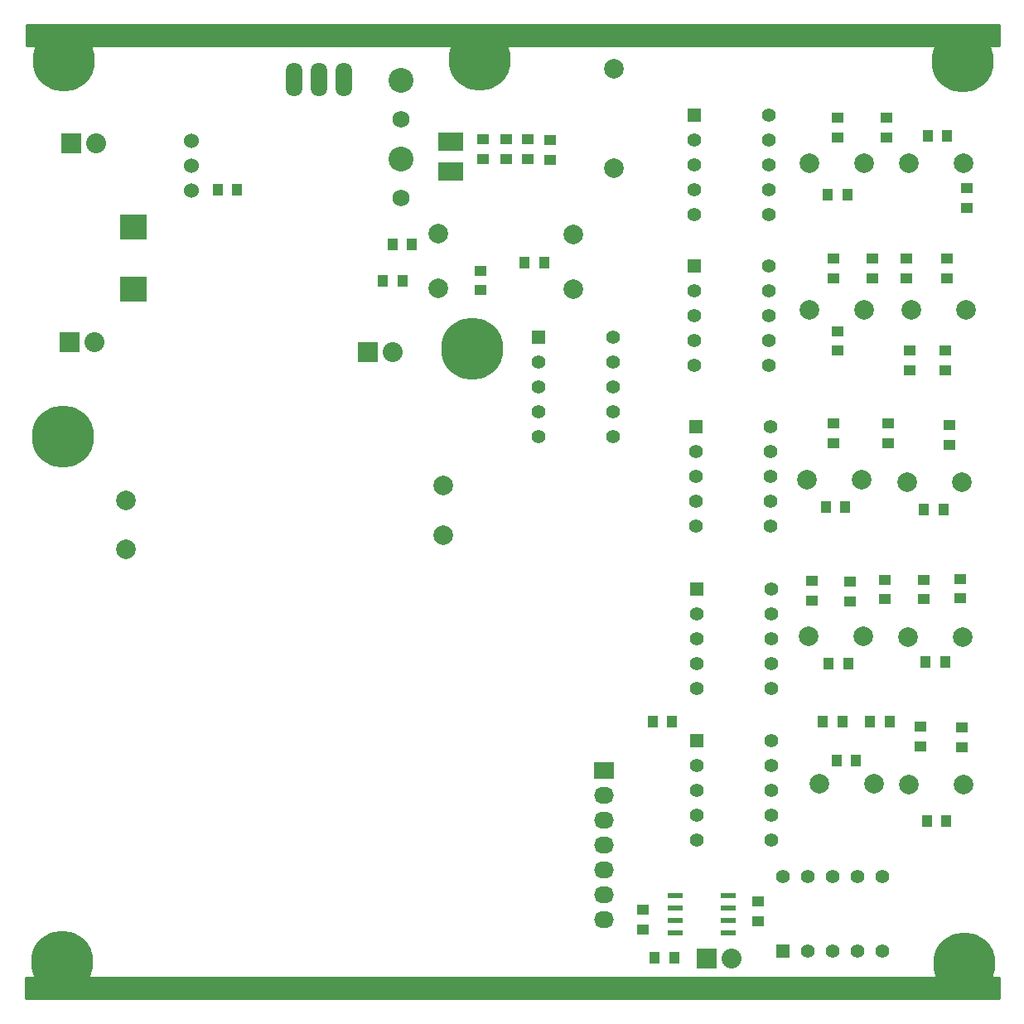
<source format=gbs>
%FSLAX46Y46*%
G04 Gerber Fmt 4.6, Leading zero omitted, Abs format (unit mm)*
G04 Created by KiCad (PCBNEW (2014-10-27 BZR 5228)-product) date 14/05/2015 10:32:42*
%MOMM*%
G01*
G04 APERTURE LIST*
%ADD10C,0.100000*%
%ADD11C,1.998980*%
%ADD12R,2.032000X2.032000*%
%ADD13O,2.032000X2.032000*%
%ADD14O,1.699260X3.500120*%
%ADD15C,1.524000*%
%ADD16C,2.540000*%
%ADD17C,1.727200*%
%ADD18R,1.397000X1.397000*%
%ADD19C,1.397000*%
%ADD20R,1.000000X1.250000*%
%ADD21R,1.250000X1.000000*%
%ADD22R,2.700020X2.550160*%
%ADD23R,2.499360X1.950720*%
%ADD24R,1.550000X0.600000*%
%ADD25C,6.350000*%
%ADD26R,2.032000X1.727200*%
%ADD27O,2.032000X1.727200*%
%ADD28C,0.254000*%
G04 APERTURE END LIST*
D10*
D11*
X160375600Y-64919860D03*
X160375600Y-54759860D03*
X142392400Y-77228700D03*
X142392400Y-71640700D03*
X156197300Y-77292200D03*
X156197300Y-71704200D03*
X196092000Y-64396000D03*
X190504000Y-64396000D03*
X196292000Y-79396000D03*
X190704000Y-79396000D03*
X195892000Y-96996000D03*
X190304000Y-96996000D03*
X181308000Y-127804000D03*
X186896000Y-127804000D03*
X195992000Y-112896000D03*
X190404000Y-112896000D03*
X185892000Y-64396000D03*
X180304000Y-64396000D03*
X185892000Y-79396000D03*
X180304000Y-79396000D03*
X185692000Y-96796000D03*
X180104000Y-96796000D03*
X196092000Y-127896000D03*
X190504000Y-127896000D03*
X185792000Y-112796000D03*
X180204000Y-112796000D03*
D12*
X135230000Y-83700000D03*
D13*
X137770000Y-83700000D03*
D12*
X104930000Y-62400000D03*
D13*
X107470000Y-62400000D03*
D12*
X104730000Y-82700000D03*
D13*
X107270000Y-82700000D03*
D14*
X130200000Y-55900000D03*
X132740000Y-55900000D03*
X127660000Y-55900000D03*
D11*
X110500000Y-98900640D03*
X110500000Y-103901900D03*
X142900000Y-102399360D03*
X142900000Y-97398100D03*
D15*
X117170200Y-64668400D03*
X117170200Y-62128400D03*
X117170200Y-67208400D03*
D16*
X138582400Y-55976000D03*
D17*
X138582400Y-59976000D03*
D16*
X138582400Y-63976000D03*
D17*
X138582400Y-67976000D03*
D18*
X152603200Y-82207100D03*
D19*
X152603200Y-84747100D03*
X152603200Y-87287100D03*
X152603200Y-89827100D03*
X152603200Y-92367100D03*
X160223200Y-92367100D03*
X160223200Y-89827100D03*
X160223200Y-87287100D03*
X160223200Y-84747100D03*
X160223200Y-82207100D03*
D18*
X168590000Y-59520000D03*
D19*
X168590000Y-62060000D03*
X168590000Y-64600000D03*
X168590000Y-67140000D03*
X168590000Y-69680000D03*
X176210000Y-69680000D03*
X176210000Y-67140000D03*
X176210000Y-64600000D03*
X176210000Y-62060000D03*
X176210000Y-59520000D03*
D18*
X168590000Y-74920000D03*
D19*
X168590000Y-77460000D03*
X168590000Y-80000000D03*
X168590000Y-82540000D03*
X168590000Y-85080000D03*
X176210000Y-85080000D03*
X176210000Y-82540000D03*
X176210000Y-80000000D03*
X176210000Y-77460000D03*
X176210000Y-74920000D03*
D18*
X168690000Y-91320000D03*
D19*
X168690000Y-93860000D03*
X168690000Y-96400000D03*
X168690000Y-98940000D03*
X168690000Y-101480000D03*
X176310000Y-101480000D03*
X176310000Y-98940000D03*
X176310000Y-96400000D03*
X176310000Y-93860000D03*
X176310000Y-91320000D03*
D18*
X168790000Y-107920000D03*
D19*
X168790000Y-110460000D03*
X168790000Y-113000000D03*
X168790000Y-115540000D03*
X168790000Y-118080000D03*
X176410000Y-118080000D03*
X176410000Y-115540000D03*
X176410000Y-113000000D03*
X176410000Y-110460000D03*
X176410000Y-107920000D03*
D18*
X168790000Y-123420000D03*
D19*
X168790000Y-125960000D03*
X168790000Y-128500000D03*
X168790000Y-131040000D03*
X168790000Y-133580000D03*
X176410000Y-133580000D03*
X176410000Y-131040000D03*
X176410000Y-128500000D03*
X176410000Y-125960000D03*
X176410000Y-123420000D03*
D20*
X119853200Y-67132200D03*
X121853200Y-67132200D03*
D21*
X146989800Y-63979300D03*
X146989800Y-61979300D03*
X151561800Y-63979300D03*
X151561800Y-61979300D03*
X149313900Y-63979300D03*
X149313900Y-61979300D03*
X153809700Y-64055500D03*
X153809700Y-62055500D03*
D20*
X139700000Y-72700000D03*
X137700000Y-72700000D03*
X138731500Y-76428600D03*
X136731500Y-76428600D03*
X153222200Y-74561700D03*
X151222200Y-74561700D03*
D21*
X196400000Y-67000000D03*
X196400000Y-69000000D03*
X194200000Y-83600000D03*
X194200000Y-85600000D03*
X194600000Y-93200000D03*
X194600000Y-91200000D03*
X195700000Y-108900000D03*
X195700000Y-106900000D03*
X192000000Y-109000000D03*
X192000000Y-107000000D03*
D20*
X181700000Y-121500000D03*
X183700000Y-121500000D03*
X194400000Y-61600000D03*
X192400000Y-61600000D03*
D21*
X183200000Y-83600000D03*
X183200000Y-81600000D03*
D20*
X194000000Y-99800000D03*
X192000000Y-99800000D03*
X185100000Y-125500000D03*
X183100000Y-125500000D03*
X194200000Y-115400000D03*
X192200000Y-115400000D03*
X186500000Y-121500000D03*
X188500000Y-121500000D03*
D21*
X188200000Y-61800000D03*
X188200000Y-59800000D03*
X194400000Y-76200000D03*
X194400000Y-74200000D03*
X188400000Y-93000000D03*
X188400000Y-91000000D03*
X195900000Y-124100000D03*
X195900000Y-122100000D03*
X188000000Y-109000000D03*
X188000000Y-107000000D03*
D20*
X184200000Y-67600000D03*
X182200000Y-67600000D03*
D21*
X190200000Y-74200000D03*
X190200000Y-76200000D03*
D20*
X184000000Y-99600000D03*
X182000000Y-99600000D03*
X192306700Y-131660900D03*
X194306700Y-131660900D03*
X184300000Y-115600000D03*
X182300000Y-115600000D03*
D21*
X191700000Y-124000000D03*
X191700000Y-122000000D03*
X183200000Y-61800000D03*
X183200000Y-59800000D03*
X182800000Y-76200000D03*
X182800000Y-74200000D03*
X182800000Y-93000000D03*
X182800000Y-91000000D03*
X180600000Y-109100000D03*
X180600000Y-107100000D03*
X184500000Y-109200000D03*
X184500000Y-107200000D03*
X190600000Y-83600000D03*
X190600000Y-85600000D03*
X186800000Y-76200000D03*
X186800000Y-74200000D03*
D22*
X111200000Y-77275000D03*
X111200000Y-70925000D03*
D23*
X143675100Y-65290700D03*
X143675100Y-62191900D03*
D18*
X177620000Y-144910000D03*
D19*
X180160000Y-144910000D03*
X182700000Y-144910000D03*
X185240000Y-144910000D03*
X187780000Y-144910000D03*
X187780000Y-137290000D03*
X185240000Y-137290000D03*
X182700000Y-137290000D03*
X180160000Y-137290000D03*
X177620000Y-137290000D03*
D21*
X175100000Y-141900000D03*
X175100000Y-139900000D03*
X146700000Y-77400000D03*
X146700000Y-75400000D03*
D20*
X164500000Y-145600000D03*
X166500000Y-145600000D03*
X166300000Y-121500000D03*
X164300000Y-121500000D03*
D12*
X169830000Y-145700000D03*
D13*
X172370000Y-145700000D03*
D24*
X166600000Y-143105000D03*
X166600000Y-141835000D03*
X166600000Y-140565000D03*
X166600000Y-139295000D03*
X172000000Y-139295000D03*
X172000000Y-140565000D03*
X172000000Y-141835000D03*
X172000000Y-143105000D03*
D25*
X104100000Y-53900000D03*
X146600000Y-53800000D03*
X104000000Y-92400000D03*
X145850000Y-83400000D03*
X196000000Y-54000000D03*
X196200000Y-146250000D03*
X103950000Y-146050000D03*
D21*
X163300000Y-142750000D03*
X163300000Y-140750000D03*
D26*
X159300000Y-126500000D03*
D27*
X159300000Y-129040000D03*
X159300000Y-131580000D03*
X159300000Y-134120000D03*
X159300000Y-136660000D03*
X159300000Y-139200000D03*
X159300000Y-141740000D03*
D28*
G36*
X199673000Y-149773000D02*
X100227000Y-149773000D01*
X100227000Y-147627000D01*
X199673000Y-147627000D01*
X199673000Y-149773000D01*
X199673000Y-149773000D01*
G37*
X199673000Y-149773000D02*
X100227000Y-149773000D01*
X100227000Y-147627000D01*
X199673000Y-147627000D01*
X199673000Y-149773000D01*
G36*
X199673000Y-52373000D02*
X100327000Y-52373000D01*
X100327000Y-50327000D01*
X199673000Y-50327000D01*
X199673000Y-52373000D01*
X199673000Y-52373000D01*
G37*
X199673000Y-52373000D02*
X100327000Y-52373000D01*
X100327000Y-50327000D01*
X199673000Y-50327000D01*
X199673000Y-52373000D01*
M02*

</source>
